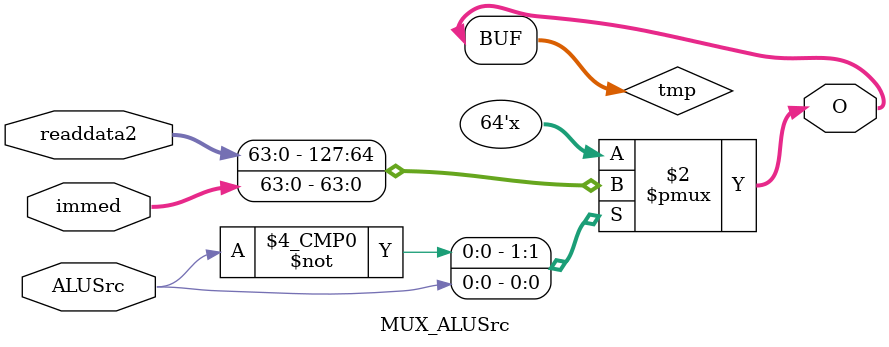
<source format=v>
module MUX_ALUSrc(readdata2,immed,ALUSrc,O);
	input [63:0] readdata2;
	input [63:0] immed;
	input ALUSrc;
	output [63:0] O;
	
	reg [63:0] tmp;
	
	
	always @(*)
   begin
		case(ALUSrc)
			1'b0:
				tmp = readdata2;
			1'b1:
				tmp = immed;
		endcase
	end
	
	assign O = tmp;

endmodule 
</source>
